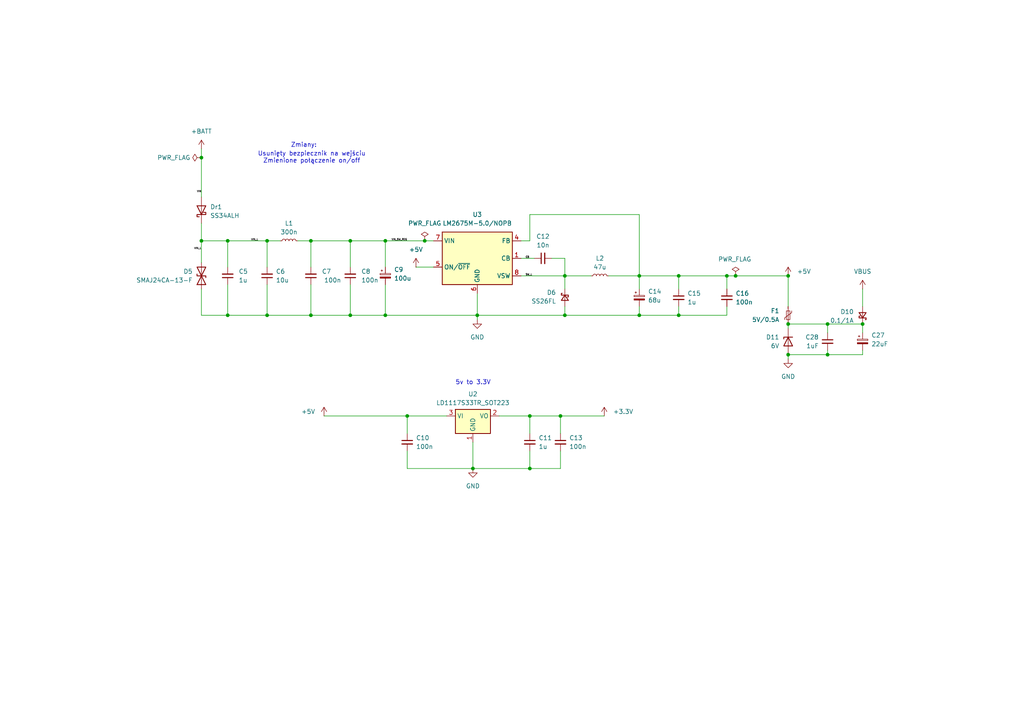
<source format=kicad_sch>
(kicad_sch (version 20231120) (generator "eeschema") (generator_version "8.0")
  (paper "A4")
  (lib_symbols
    (symbol "+5V_1" (power) (pin_numbers hide) (pin_names (offset 0) hide)
      (property "Value" "+5V" (at 0 3.556 0))
      (symbol "+5V_1_0_1"
        (polyline (pts (xy -0.762 1.27) (xy 0 2.54)))
        (polyline (pts (xy 0 0) (xy 0 2.54)))
        (polyline (pts (xy 0 2.54) (xy 0.762 1.27)))
      )
      (symbol "+5V_1_1_1"
        (pin power_in line (at 0 0 90) (length 0) (name "~") (number "1"))
      )
    )
    (symbol "Device:C_Polarized_Small" (pin_numbers hide) (pin_names (offset 0.254) hide)
      (property "Reference" "C" (at 0.254 1.778 0))
      (property "Value" "C_Polarized_Small" (at 0.254 -2.032 0))
      (symbol "C_Polarized_Small_0_1"
        (rectangle (start -1.524 -0.3048) (end 1.524 -0.6858) (fill (type outline)))
        (rectangle (start -1.524 0.6858) (end 1.524 0.3048))
        (polyline (pts (xy -1.27 1.524) (xy -0.762 1.524)))
        (polyline (pts (xy -1.016 1.27) (xy -1.016 1.778)))
      )
      (symbol "C_Polarized_Small_1_1"
        (pin passive line (at 0 2.54 270) (length 1.8542) (name "~") (number "1"))
        (pin passive line (at 0 -2.54 90) (length 1.8542) (name "~") (number "2"))
      )
    )
    (symbol "Device:C_Small" (pin_numbers hide) (pin_names (offset 0.254) hide)
      (property "Reference" "C" (at 0.254 1.778 0))
      (property "Value" "C_Small" (at 0.254 -2.032 0))
      (symbol "C_Small_0_1"
        (polyline (pts (xy -1.524 -0.508) (xy 1.524 -0.508)) (stroke (width 0.3302)))
        (polyline (pts (xy -1.524 0.508) (xy 1.524 0.508)) (stroke (width 0.3048)))
      )
      (symbol "C_Small_1_1"
        (pin passive line (at 0 2.54 270) (length 2.032) (name "~") (number "1"))
        (pin passive line (at 0 -2.54 90) (length 2.032) (name "~") (number "2"))
      )
    )
    (symbol "Device:D_Schottky_Small" (pin_numbers hide) (pin_names (offset 0.254) hide)
      (property "Reference" "D" (at -1.27 2.032 0))
      (property "Value" "D_Schottky_Small" (at -7.112 -2.032 0))
      (symbol "D_Schottky_Small_0_1"
        (polyline (pts (xy -0.762 0) (xy 0.762 0)))
        (polyline (pts (xy 0.762 -1.016) (xy -0.762 0) (xy 0.762 1.016) (xy 0.762 -1.016)) (stroke (width 0.254)))
        (polyline (pts (xy -1.27 0.762) (xy -1.27 1.016) (xy -0.762 1.016) (xy -0.762 -1.016) (xy -0.254 -1.016) (xy -0.254 -0.762)) (stroke (width 0.254)))
      )
      (symbol "D_Schottky_Small_1_1"
        (pin passive line (at -2.54 0 0) (length 1.778) (name "K") (number "1"))
        (pin passive line (at 2.54 0 180) (length 1.778) (name "A") (number "2"))
      )
    )
    (symbol "Device:D_TVS" (pin_numbers hide) (pin_names (offset 1.016) hide)
      (property "Reference" "D" (at 0 2.54 0))
      (property "Value" "D_TVS" (at 0 -2.54 0))
      (symbol "D_TVS_0_1"
        (polyline (pts (xy 1.27 0) (xy -1.27 0)))
        (polyline (pts (xy 0.508 1.27) (xy 0 1.27) (xy 0 -1.27) (xy -0.508 -1.27)) (stroke (width 0.254)))
        (polyline (pts (xy -2.54 1.27) (xy -2.54 -1.27) (xy 2.54 1.27) (xy 2.54 -1.27) (xy -2.54 1.27)) (stroke (width 0.254)))
      )
      (symbol "D_TVS_1_1"
        (pin passive line (at -3.81 0 0) (length 2.54) (name "A1") (number "1"))
        (pin passive line (at 3.81 0 180) (length 2.54) (name "A2") (number "2"))
      )
    )
    (symbol "Device:D_Zener" (pin_numbers hide) (pin_names (offset 1.016) hide)
      (property "Reference" "D" (at 0 2.54 0))
      (property "Value" "D_Zener" (at 0 -2.54 0))
      (symbol "D_Zener_0_1"
        (polyline (pts (xy 1.27 0) (xy -1.27 0)))
        (polyline (pts (xy -1.27 -1.27) (xy -1.27 1.27) (xy -0.762 1.27)) (stroke (width 0.254)))
        (polyline (pts (xy 1.27 -1.27) (xy 1.27 1.27) (xy -1.27 0) (xy 1.27 -1.27)) (stroke (width 0.254)))
      )
      (symbol "D_Zener_1_1"
        (pin passive line (at -3.81 0 0) (length 2.54) (name "K") (number "1"))
        (pin passive line (at 3.81 0 180) (length 2.54) (name "A") (number "2"))
      )
    )
    (symbol "Device:L_Small" (pin_numbers hide) (pin_names (offset 0.254) hide)
      (property "Reference" "L" (at 0.762 1.016 0))
      (property "Value" "L_Small" (at 0.762 -1.016 0))
      (symbol "L_Small_0_1"
        (arc (start 0 -2.032) (mid 0.5058 -1.524) (end 0 -1.016))
        (arc (start 0 -1.016) (mid 0.5058 -0.508) (end 0 0))
        (arc (start 0 0) (mid 0.5058 0.508) (end 0 1.016))
        (arc (start 0 1.016) (mid 0.5058 1.524) (end 0 2.032))
      )
      (symbol "L_Small_1_1"
        (pin passive line (at 0 2.54 270) (length 0.508) (name "~") (number "1"))
        (pin passive line (at 0 -2.54 90) (length 0.508) (name "~") (number "2"))
      )
    )
    (symbol "Device:Polyfuse_Small" (pin_numbers hide) (pin_names (offset 0))
      (property "Reference" "F" (at -1.905 0 90))
      (property "Value" "Polyfuse_Small" (at 1.905 0 90))
      (symbol "Polyfuse_Small_0_1"
        (rectangle (start -0.508 1.27) (end 0.508 -1.27))
        (polyline (pts (xy 0 2.54) (xy 0 -2.54)))
        (polyline (pts (xy -1.016 1.27) (xy -1.016 0.762) (xy 1.016 -0.762) (xy 1.016 -1.27)))
      )
      (symbol "Polyfuse_Small_1_1"
        (pin passive line (at 0 2.54 270) (length 0.635) (name "~") (number "1"))
        (pin passive line (at 0 -2.54 90) (length 0.635) (name "~") (number "2"))
      )
    )
    (symbol "Diode:1N5822" (pin_numbers hide) (pin_names (offset 1.016) hide)
      (property "Reference" "D" (at 0 2.54 0))
      (property "Value" "1N5822" (at 0 -2.54 0))
      (symbol "1N5822_0_1"
        (polyline (pts (xy 1.27 0) (xy -1.27 0)))
        (polyline (pts (xy 1.27 1.27) (xy 1.27 -1.27) (xy -1.27 0) (xy 1.27 1.27)) (stroke (width 0.254)))
        (polyline (pts (xy -1.905 0.635) (xy -1.905 1.27) (xy -1.27 1.27) (xy -1.27 -1.27) (xy -0.635 -1.27) (xy -0.635 -0.635)) (stroke (width 0.254)))
      )
      (symbol "1N5822_1_1"
        (pin passive line (at -3.81 0 0) (length 2.54) (name "K") (number "1"))
        (pin passive line (at 3.81 0 180) (length 2.54) (name "A") (number "2"))
      )
    )
    (symbol "GND_1" (power) (pin_numbers hide) (pin_names (offset 0) hide)
      (property "Value" "GND" (at 0 -3.81 0))
      (symbol "GND_1_0_1"
        (polyline (pts (xy 0 0) (xy 0 -1.27) (xy 1.27 -1.27) (xy 0 -2.54) (xy -1.27 -1.27) (xy 0 -1.27)))
      )
      (symbol "GND_1_1_1"
        (pin power_in line (at 0 0 270) (length 0) (name "~") (number "1"))
      )
    )
    (symbol "Regulator_Linear:LD1117S33TR_SOT223"
      (property "Reference" "U" (at -3.81 3.175 0))
      (property "Value" "LD1117S33TR_SOT223" (at 0 3.175 0))
      (symbol "LD1117S33TR_SOT223_0_1"
        (rectangle (start -5.08 -5.08) (end 5.08 1.905) (stroke (width 0.254)) (fill (type background)))
      )
      (symbol "LD1117S33TR_SOT223_1_1"
        (pin power_in line (at 0 -7.62 90) (length 2.54) (name "GND") (number "1"))
        (pin power_out line (at 7.62 0 180) (length 2.54) (name "VO") (number "2"))
        (pin power_in line (at -7.62 0 0) (length 2.54) (name "VI") (number "3"))
      )
    )
    (symbol "Regulator_Switching:LM2675M-5"
      (property "Reference" "U3" (at 0 12.7 0))
      (property "Value" "LM2675M-5.0/NOPB" (at 0 10.16 0))
      (symbol "LM2675M-5_0_1"
        (rectangle (start -10.16 7.62) (end 10.16 -7.62) (stroke (width 0.254)) (fill (type background)))
      )
      (symbol "LM2675M-5_1_1"
        (pin input line (at 12.7 0 180) (length 2.54) (name "CB") (number "1"))
        (pin no_connect line (at -10.16 -2.54 0) (length 2.54) hide (name "NC") (number "2"))
        (pin no_connect line (at -10.16 -5.08 0) (length 2.54) hide (name "NC") (number "3"))
        (pin input line (at 12.7 5.08 180) (length 2.54) (name "FB") (number "4"))
        (pin input line (at -12.7 -2.54 0) (length 2.54) (name "ON/~{OFF}") (number "5"))
        (pin power_in line (at 0 -10.16 90) (length 2.54) (name "GND") (number "6"))
        (pin power_in line (at -12.7 5.08 0) (length 2.54) (name "VIN") (number "7"))
        (pin output line (at 12.7 -5.08 180) (length 2.54) (name "VSW") (number "8"))
      )
    )
    (symbol "power:+3.3V" (power) (pin_names (offset 0))
      (property "Value" "+3.3V" (at 0 3.556 0))
      (symbol "+3.3V_0_1"
        (polyline (pts (xy -0.762 1.27) (xy 0 2.54)))
        (polyline (pts (xy 0 0) (xy 0 2.54)))
        (polyline (pts (xy 0 2.54) (xy 0.762 1.27)))
      )
      (symbol "+3.3V_1_1"
        (pin power_in line (at 0 0 90) (length 0) hide (name "+3.3V") (number "1"))
      )
    )
    (symbol "power:+5V" (power) (pin_names (offset 0))
      (property "Value" "+5V" (at 0 3.556 0))
      (symbol "+5V_0_1"
        (polyline (pts (xy -0.762 1.27) (xy 0 2.54)))
        (polyline (pts (xy 0 0) (xy 0 2.54)))
        (polyline (pts (xy 0 2.54) (xy 0.762 1.27)))
      )
      (symbol "+5V_1_1"
        (pin power_in line (at 0 0 90) (length 0) hide (name "+5V") (number "1"))
      )
    )
    (symbol "power:+BATT" (power) (pin_names (offset 0))
      (property "Value" "+BATT" (at 0 3.556 0))
      (symbol "+BATT_0_1"
        (polyline (pts (xy -0.762 1.27) (xy 0 2.54)))
        (polyline (pts (xy 0 0) (xy 0 2.54)))
        (polyline (pts (xy 0 2.54) (xy 0.762 1.27)))
      )
      (symbol "+BATT_1_1"
        (pin power_in line (at 0 0 90) (length 0) hide (name "+BATT") (number "1"))
      )
    )
    (symbol "power:GND" (power) (pin_names (offset 0))
      (property "Value" "GND" (at 0 -3.81 0))
      (symbol "GND_0_1"
        (polyline (pts (xy 0 0) (xy 0 -1.27) (xy 1.27 -1.27) (xy 0 -2.54) (xy -1.27 -1.27) (xy 0 -1.27)))
      )
      (symbol "GND_1_1"
        (pin power_in line (at 0 0 270) (length 0) hide (name "GND") (number "1"))
      )
    )
    (symbol "power:PWR_FLAG" (power) (pin_numbers hide) (pin_names (offset 0) hide)
      (property "Value" "PWR_FLAG" (at 0 3.81 0))
      (symbol "PWR_FLAG_0_0"
        (pin power_out line (at 0 0 90) (length 0) (name "pwr") (number "1"))
      )
      (symbol "PWR_FLAG_0_1"
        (polyline (pts (xy 0 0) (xy 0 1.27) (xy -1.016 1.905) (xy 0 2.54) (xy 1.016 1.905) (xy 0 1.27)))
      )
    )
    (symbol "power:VBUS" (power) (pin_numbers hide) (pin_names (offset 0) hide)
      (property "Value" "VBUS" (at 0 3.556 0))
      (symbol "VBUS_0_1"
        (polyline (pts (xy -0.762 1.27) (xy 0 2.54)))
        (polyline (pts (xy 0 0) (xy 0 2.54)))
        (polyline (pts (xy 0 2.54) (xy 0.762 1.27)))
      )
      (symbol "VBUS_1_1"
        (pin power_in line (at 0 0 90) (length 0) (name "~") (number "1"))
      )
    )
  )
  (junction (at 111.76 69.85))
  (junction (at 228.6 80.01))
  (junction (at 90.17 69.85))
  (junction (at 66.04 91.44))
  (junction (at 90.17 91.44))
  (junction (at 228.6 93.98))
  (junction (at 250.19 93.98))
  (junction (at 162.56 120.65))
  (junction (at 58.42 45.72))
  (junction (at 137.16 135.89))
  (junction (at 123.19 69.85))
  (junction (at 153.67 135.89))
  (junction (at 138.43 91.44))
  (junction (at 153.67 120.65))
  (junction (at 101.6 69.85))
  (junction (at 66.04 69.85))
  (junction (at 101.6 91.44))
  (junction (at 185.42 91.44))
  (junction (at 58.42 69.85))
  (junction (at 228.6 102.87))
  (junction (at 163.83 80.01))
  (junction (at 185.42 80.01))
  (junction (at 111.76 91.44))
  (junction (at 163.83 91.44))
  (junction (at 196.85 91.44))
  (junction (at 240.03 102.87))
  (junction (at 213.36 80.01))
  (junction (at 196.85 80.01))
  (junction (at 77.47 91.44))
  (junction (at 77.47 69.85))
  (junction (at 210.82 80.01))
  (junction (at 240.03 93.98))
  (junction (at 118.11 120.65))
  (wire (pts (xy 66.04 69.85) (xy 77.47 69.85)))
  (wire (pts (xy 153.67 120.65) (xy 153.67 125.73)))
  (wire (pts (xy 151.13 69.85) (xy 153.67 69.85)))
  (wire (pts (xy 58.42 69.85) (xy 58.42 76.2)))
  (wire (pts (xy 228.6 102.87) (xy 228.6 104.14)))
  (wire (pts (xy 163.83 74.93) (xy 163.83 80.01)))
  (wire (pts (xy 138.43 85.09) (xy 138.43 91.44)))
  (wire (pts (xy 144.78 120.65) (xy 153.67 120.65)))
  (wire (pts (xy 185.42 62.23) (xy 185.42 80.01)))
  (wire (pts (xy 123.19 69.85) (xy 125.73 69.85)))
  (wire (pts (xy 137.16 135.89) (xy 153.67 135.89)))
  (wire (pts (xy 250.19 83.82) (xy 250.19 88.9)))
  (wire (pts (xy 213.36 80.01) (xy 228.6 80.01)))
  (wire (pts (xy 118.11 135.89) (xy 137.16 135.89)))
  (wire (pts (xy 58.42 83.82) (xy 58.42 91.44)))
  (wire (pts (xy 185.42 80.01) (xy 196.85 80.01)))
  (wire (pts (xy 101.6 69.85) (xy 111.76 69.85)))
  (wire (pts (xy 185.42 91.44) (xy 196.85 91.44)))
  (wire (pts (xy 250.19 93.98) (xy 240.03 93.98)))
  (wire (pts (xy 240.03 93.98) (xy 240.03 96.52)))
  (wire (pts (xy 228.6 80.01) (xy 228.6 88.9)))
  (wire (pts (xy 101.6 69.85) (xy 101.6 77.47)))
  (wire (pts (xy 58.42 69.85) (xy 66.04 69.85)))
  (wire (pts (xy 120.65 77.47) (xy 125.73 77.47)))
  (wire (pts (xy 163.83 80.01) (xy 163.83 83.82)))
  (wire (pts (xy 58.42 43.18) (xy 58.42 45.72)))
  (wire (pts (xy 250.19 102.87) (xy 240.03 102.87)))
  (wire (pts (xy 90.17 69.85) (xy 90.17 77.47)))
  (wire (pts (xy 196.85 80.01) (xy 196.85 83.82)))
  (wire (pts (xy 118.11 120.65) (xy 129.54 120.65)))
  (wire (pts (xy 210.82 91.44) (xy 210.82 88.9)))
  (wire (pts (xy 196.85 88.9) (xy 196.85 91.44)))
  (wire (pts (xy 93.98 120.65) (xy 118.11 120.65)))
  (wire (pts (xy 185.42 80.01) (xy 185.42 83.82)))
  (wire (pts (xy 90.17 82.55) (xy 90.17 91.44)))
  (wire (pts (xy 151.13 80.01) (xy 163.83 80.01)))
  (wire (pts (xy 118.11 130.81) (xy 118.11 135.89)))
  (wire (pts (xy 210.82 80.01) (xy 213.36 80.01)))
  (wire (pts (xy 163.83 88.9) (xy 163.83 91.44)))
  (wire (pts (xy 250.19 93.98) (xy 250.19 96.52)))
  (wire (pts (xy 138.43 91.44) (xy 138.43 92.71)))
  (wire (pts (xy 77.47 91.44) (xy 90.17 91.44)))
  (wire (pts (xy 153.67 69.85) (xy 153.67 62.23)))
  (wire (pts (xy 58.42 45.72) (xy 58.42 57.15)))
  (wire (pts (xy 250.19 101.6) (xy 250.19 102.87)))
  (wire (pts (xy 153.67 120.65) (xy 162.56 120.65)))
  (wire (pts (xy 240.03 101.6) (xy 240.03 102.87)))
  (wire (pts (xy 176.53 80.01) (xy 185.42 80.01)))
  (wire (pts (xy 66.04 82.55) (xy 66.04 91.44)))
  (wire (pts (xy 90.17 91.44) (xy 101.6 91.44)))
  (wire (pts (xy 111.76 91.44) (xy 138.43 91.44)))
  (wire (pts (xy 151.13 74.93) (xy 154.94 74.93)))
  (wire (pts (xy 90.17 69.85) (xy 101.6 69.85)))
  (wire (pts (xy 111.76 69.85) (xy 123.19 69.85)))
  (wire (pts (xy 196.85 91.44) (xy 210.82 91.44)))
  (wire (pts (xy 196.85 80.01) (xy 210.82 80.01)))
  (wire (pts (xy 77.47 69.85) (xy 81.28 69.85)))
  (wire (pts (xy 58.42 64.77) (xy 58.42 69.85)))
  (wire (pts (xy 163.83 91.44) (xy 185.42 91.44)))
  (wire (pts (xy 86.36 69.85) (xy 90.17 69.85)))
  (wire (pts (xy 153.67 130.81) (xy 153.67 135.89)))
  (wire (pts (xy 153.67 62.23) (xy 185.42 62.23)))
  (wire (pts (xy 111.76 82.55) (xy 111.76 91.44)))
  (wire (pts (xy 118.11 120.65) (xy 118.11 125.73)))
  (wire (pts (xy 66.04 91.44) (xy 77.47 91.44)))
  (wire (pts (xy 66.04 69.85) (xy 66.04 77.47)))
  (wire (pts (xy 162.56 120.65) (xy 175.26 120.65)))
  (wire (pts (xy 101.6 91.44) (xy 111.76 91.44)))
  (wire (pts (xy 153.67 135.89) (xy 162.56 135.89)))
  (wire (pts (xy 185.42 91.44) (xy 185.42 88.9)))
  (wire (pts (xy 163.83 80.01) (xy 171.45 80.01)))
  (wire (pts (xy 160.02 74.93) (xy 163.83 74.93)))
  (wire (pts (xy 77.47 82.55) (xy 77.47 91.44)))
  (wire (pts (xy 162.56 130.81) (xy 162.56 135.89)))
  (wire (pts (xy 58.42 91.44) (xy 66.04 91.44)))
  (wire (pts (xy 240.03 93.98) (xy 228.6 93.98)))
  (wire (pts (xy 111.76 69.85) (xy 111.76 77.47)))
  (wire (pts (xy 210.82 80.01) (xy 210.82 83.82)))
  (wire (pts (xy 101.6 82.55) (xy 101.6 91.44)))
  (wire (pts (xy 228.6 93.98) (xy 228.6 95.25)))
  (wire (pts (xy 77.47 69.85) (xy 77.47 77.47)))
  (wire (pts (xy 137.16 128.27) (xy 137.16 135.89)))
  (wire (pts (xy 138.43 91.44) (xy 163.83 91.44)))
  (wire (pts (xy 240.03 102.87) (xy 228.6 102.87)))
  (wire (pts (xy 162.56 120.65) (xy 162.56 125.73)))
  (text "Zmiany:" (at 88.138 42.164 0) (effects (font (size 1.27 1.27))))
  (text "Usunięty bezpiecznik na wejściu\nZmienione połączenie on/off" (at 90.424 45.72 0) (effects (font (size 1.27 1.27))))
  (text "5v to 3.3V" (at 132.08 111.76 0) (effects (font (size 1.27 1.27)) (justify left bottom)))
  (label "VIN_L" (at 74.93 69.85 180) (effects (font (size 0.5 0.5))))
  (label "CB" (at 152.4 74.93 0) (effects (font (size 0.5 0.5))))
  (label "VIN_SW_REG" (at 118.11 69.85 180) (effects (font (size 0.5 0.5))))
  (label "VIN_L" (at 58.42 72.39 180) (effects (font (size 0.5 0.5))))
  (label "SW_L" (at 152.4 80.01 0) (effects (font (size 0.5 0.5))))
  (label "VIN" (at 58.42 55.88 180) (effects (font (size 0.5 0.5))))
  (symbol (lib_id "Device:Polyfuse_Small") (at 228.6 91.44 0) (mirror y) (unit 1)
    (property "Reference" "F1" (at 226.06 90.1699 0) (effects (justify left)))
    (property "Value" "5V/0.5A" (at 226.06 92.7099 0) (effects (justify left)))
    (property "Description" "Resettable fuse, polymeric positive temperature coefficient, small symbol" (effects (hide yes)))
  )
  (symbol (lib_id "Device:D_Schottky_Small") (at 250.19 91.44 270) (mirror x) (unit 1)
    (property "Reference" "D10" (at 247.65 90.4239 90) (effects (justify right)))
    (property "Value" "0.1/1A" (at 247.65 92.9639 90) (effects (justify right)))
    (property "Description" "Schottky diode, small symbol" (effects (hide yes)))
  )
  (symbol (lib_id "Device:C_Small") (at 240.03 99.06 0) (mirror y) (unit 1)
    (property "Reference" "C28" (at 237.49 97.7962 0) (effects (justify left)))
    (property "Value" "1uF" (at 237.49 100.3362 0) (effects (justify left)))
    (property "Description" "Unpolarized capacitor, small symbol" (effects (hide yes)))
  )
  (symbol (lib_id "Device:C_Polarized_Small") (at 111.76 80.01 0) (unit 1)
    (property "Reference" "C9" (at 114.3 78.1939 0) (effects (justify left)))
    (property "Value" "100u" (at 114.3 80.7339 0) (effects (justify left)))
    (property "Footprint" "Capacitor_SMD:CP_Elec_6.3x7.7" (effects (hide yes)))
    (property "mouser" "https://www.mouser.pl/ProductDetail/Wurth-Elektronik/865080545012?qs=sGAEpiMZZMvwFf0viD3Y3aZipiehufnXd0sMoxxC1VosESYZCg0Q6Q%3D%3D" (effects (hide yes)))
    (property "m" "865080545012" (effects (hide yes)))
  )
  (symbol (lib_id "Device:D_TVS") (at 58.42 80.01 90) (unit 1)
    (property "Reference" "D5" (at 55.88 78.74 90) (effects (justify left)))
    (property "Value" "SMAJ24CA-13-F" (at 55.88 81.28 90) (effects (justify left)))
    (property "Footprint" "Diode_SMD:D_SMA" (effects (hide yes)))
    (property "Datasheet" "https://www.mouser.pl/datasheet/2/115/DIOD_S_A0011538071_1-2543697.pdf" (effects (hide yes)))
    (property "Mouser Part Number" "621-SMAJ24CA-13-F" (effects (hide yes)))
    (property "Mouser Price/Stock" "https://www.mouser.pl/ProductDetail/Diodes-Incorporated/SMAJ24CA-13-F?qs=gaDBXWSqsDA5MVRJAApKgw%3D%3D" (effects (hide yes)))
    (property "Manufacturer_Part_Number" "SMAJ24CA-13-F" (effects (hide yes)))
  )
  (symbol (lib_id "power:PWR_FLAG") (at 58.42 45.72 90) (unit 1)
    (property "Reference" "#FLG03" (effects (hide yes)))
    (property "Value" "PWR_FLAG" (at 55.245 45.72 90) (effects (justify left)))
  )
  (symbol (lib_id "Device:C_Small") (at 153.67 128.27 0) (unit 1)
    (property "Reference" "C11" (at 156.21 127.0063 0) (effects (justify left)))
    (property "Value" "1u" (at 156.21 129.5463 0) (effects (justify left)))
    (property "Footprint" "Capacitor_SMD:C_0603_1608Metric" (effects (hide yes)))
    (property "m" "CL10B105KB8NQNC" (effects (hide yes)))
  )
  (symbol (lib_id "Device:C_Polarized_Small") (at 250.19 99.06 0) (unit 1)
    (property "Reference" "C27" (at 252.73 97.2438 0) (effects (justify left)))
    (property "Value" "22uF" (at 252.73 99.7838 0) (effects (justify left)))
    (property "Description" "Polarized capacitor, small symbol" (effects (hide yes)))
  )
  (symbol (lib_id "Device:C_Small") (at 101.6 80.01 180) (unit 1)
    (property "Reference" "C8" (at 104.775 78.7336 0) (effects (justify right)))
    (property "Value" "100n" (at 104.775 81.2736 0) (effects (justify right)))
    (property "Footprint" "Capacitor_SMD:C_0603_1608Metric" (effects (hide yes)))
    (property "m" "C0603C104K5RAC3121" (effects (hide yes)))
  )
  (symbol (lib_id "Device:C_Small") (at 66.04 80.01 180) (unit 1)
    (property "Reference" "C5" (at 69.215 78.7336 0) (effects (justify right)))
    (property "Value" "1u" (at 69.215 81.2736 0) (effects (justify right)))
    (property "Footprint" "Capacitor_SMD:C_0603_1608Metric" (effects (hide yes)))
    (property "m" "CL10B105KB8NQNC" (effects (hide yes)))
  )
  (symbol (lib_name "GND_1") (lib_id "power:GND") (at 228.6 104.14 0) (mirror y) (unit 1)
    (property "Reference" "#PWR041" (effects (hide yes)))
    (property "Value" "GND" (at 228.6 109.22 0))
    (property "Description" "Power symbol creates a global label with name \"GND\" , ground" (effects (hide yes)))
  )
  (symbol (lib_id "power:PWR_FLAG") (at 123.19 69.85 0) (unit 1)
    (property "Reference" "#FLG04" (effects (hide yes)))
    (property "Value" "PWR_FLAG" (at 123.19 64.77 0))
  )
  (symbol (lib_id "Device:C_Small") (at 162.56 128.27 0) (unit 1)
    (property "Reference" "C13" (at 165.1 127.0063 0) (effects (justify left)))
    (property "Value" "100n" (at 165.1 129.5463 0) (effects (justify left)))
    (property "Footprint" "Capacitor_SMD:C_0603_1608Metric" (effects (hide yes)))
    (property "m" "C0603C104K5RAC3121" (effects (hide yes)))
  )
  (symbol (lib_id "power:+5V") (at 228.6 80.01 0) (unit 1)
    (property "Reference" "#PWR010" (effects (hide yes)))
    (property "Value" "+5V" (at 231.14 78.74 0) (effects (justify left)))
  )
  (symbol (lib_id "Device:C_Polarized_Small") (at 185.42 86.36 0) (unit 1)
    (property "Reference" "C14" (at 187.96 84.5439 0) (effects (justify left)))
    (property "Value" "68u" (at 187.96 87.0839 0) (effects (justify left)))
    (property "Footprint" "Capacitor_SMD:CP_Elec_6.3x5.4" (effects (hide yes)))
    (property "Datasheet" "https://www.mouser.pl/ProductDetail/Wurth-Elektronik/865080243006?qs=0KOYDY2FL2%252Bzh3fs6MlnCA%3D%3D" (effects (hide yes)))
    (property "m" "865080243006" (effects (hide yes)))
  )
  (symbol (lib_id "Device:C_Small") (at 196.85 86.36 0) (unit 1)
    (property "Reference" "C15" (at 199.39 85.0963 0) (effects (justify left)))
    (property "Value" "1u" (at 199.39 87.6363 0) (effects (justify left)))
    (property "Footprint" "Capacitor_SMD:C_0603_1608Metric" (effects (hide yes)))
    (property "m" "CL10B105KB8NQNC" (effects (hide yes)))
  )
  (symbol (lib_id "Diode:1N5822") (at 58.42 60.96 90) (unit 1)
    (property "Reference" "Dr1" (at 60.96 60.0075 90) (effects (justify right)))
    (property "Value" "SS34ALH" (at 60.96 62.5475 90) (effects (justify right)))
    (property "Footprint" "Diode_SMD:D_SMA" (effects (hide yes)))
    (property "Datasheet" "https://www.mouser.pl/ProductDetail/Taiwan-Semiconductor/SS34ALH?qs=A6eO%252BMLsxmQip%2FrgNup6RA%3D%3D" (effects (hide yes)))
  )
  (symbol (lib_id "power:+5V") (at 93.98 120.65 0) (mirror y) (unit 1)
    (property "Reference" "#PWR06" (effects (hide yes)))
    (property "Value" "+5V" (at 91.44 119.38 0) (effects (justify left)))
  )
  (symbol (lib_name "+5V_1") (lib_id "power:+5V") (at 120.65 77.47 0) (unit 1)
    (property "Reference" "#PWR011" (effects (hide yes)))
    (property "Value" "+5V" (at 120.65 72.39 0))
    (property "Description" "Power symbol creates a global label with name \"+5V\"" (effects (hide yes)))
  )
  (symbol (lib_id "Device:L_Small") (at 83.82 69.85 90) (unit 1)
    (property "Reference" "L1" (at 83.82 64.77 90))
    (property "Value" "300n" (at 83.82 67.31 90))
    (property "Footprint" "Inductor_SMD:L_0603_1608Metric" (effects (hide yes)))
    (property "mouser" "https://www.mouser.pl/ProductDetail/ABRACON/ASMPL-0603-R33M-T?qs=f9yNj16SXrLiYO3t9Uxp2w%3D%3D" (effects (hide yes)))
    (property "m" "ASMPL-0603-R33M-T" (effects (hide yes)))
  )
  (symbol (lib_id "Device:C_Small") (at 157.48 74.93 90) (unit 1)
    (property "Reference" "C12" (at 157.4863 68.58 90))
    (property "Value" "10n" (at 157.4863 71.12 90))
    (property "Footprint" "Capacitor_SMD:C_0603_1608Metric" (effects (hide yes)))
    (property "m" "C0603C103J5RAC7411" (effects (hide yes)))
  )
  (symbol (lib_id "Regulator_Switching:LM2675M-5") (at 138.43 74.93 0) (unit 1)
    (property "Reference" "U3" (at 138.43 62.23 0))
    (property "Value" "LM2675M-5.0/NOPB" (at 138.43 64.77 0))
    (property "Footprint" "Package_SO:SOIC-8_3.9x4.9mm_P1.27mm" (effects (hide yes)))
    (property "Datasheet" "http://www.ti.com/lit/ds/symlink/lm2675.pdf" (effects (hide yes)))
  )
  (symbol (lib_id "Regulator_Linear:LD1117S33TR_SOT223") (at 137.16 120.65 0) (unit 1)
    (property "Reference" "U2" (at 137.16 114.3 0))
    (property "Value" "LD1117S33TR_SOT223" (at 137.16 116.84 0))
    (property "Footprint" "Package_TO_SOT_SMD:SOT-223-3_TabPin2" (effects (hide yes)))
    (property "Datasheet" "http://www.st.com/st-web-ui/static/active/en/resource/technical/document/datasheet/CD00000544.pdf" (effects (hide yes)))
  )
  (symbol (lib_id "power:GND") (at 137.16 135.89 0) (unit 1)
    (property "Reference" "#PWR07" (effects (hide yes)))
    (property "Value" "GND" (at 137.16 140.97 0))
  )
  (symbol (lib_id "power:VBUS") (at 250.19 83.82 0) (mirror y) (unit 1)
    (property "Reference" "#PWR040" (effects (hide yes)))
    (property "Value" "VBUS" (at 250.19 78.74 0))
    (property "Description" "Power symbol creates a global label with name \"VBUS\"" (effects (hide yes)))
  )
  (symbol (lib_id "Device:C_Small") (at 210.82 86.36 0) (unit 1)
    (property "Reference" "C16" (at 213.36 85.0963 0) (effects (justify left)))
    (property "Value" "100n" (at 213.36 87.6363 0) (effects (justify left)))
    (property "Footprint" "Capacitor_SMD:C_0603_1608Metric" (effects (hide yes)))
    (property "m" "C0603C104K5RAC3121" (effects (hide yes)))
  )
  (symbol (lib_id "power:GND") (at 138.43 92.71 0) (unit 1)
    (property "Reference" "#PWR08" (effects (hide yes)))
    (property "Value" "GND" (at 138.43 97.79 0))
  )
  (symbol (lib_id "Device:D_Schottky_Small") (at 163.83 86.36 90) (mirror x) (unit 1)
    (property "Reference" "D6" (at 161.29 84.836 90) (effects (justify left)))
    (property "Value" "SS26FL" (at 161.29 87.376 90) (effects (justify left)))
    (property "Footprint" "Diode_SMD:D_SOD-123" (effects (hide yes)))
  )
  (symbol (lib_id "power:+BATT") (at 58.42 43.18 0) (unit 1)
    (property "Reference" "#PWR05" (effects (hide yes)))
    (property "Value" "+BATT" (at 58.42 38.1 0))
  )
  (symbol (lib_id "power:PWR_FLAG") (at 213.36 80.01 0) (unit 1)
    (property "Reference" "#FLG05" (effects (hide yes)))
    (property "Value" "PWR_FLAG" (at 213.106 75.184 0))
  )
  (symbol (lib_id "Device:C_Small") (at 90.17 80.01 180) (unit 1)
    (property "Reference" "C7" (at 93.345 78.7336 0) (effects (justify right)))
    (property "Value" "100n" (at 93.98 81.2736 0) (effects (justify right)))
    (property "Footprint" "Capacitor_SMD:C_0603_1608Metric" (effects (hide yes)))
    (property "m" "C0603C104K5RAC3121" (effects (hide yes)))
  )
  (symbol (lib_id "Device:L_Small") (at 173.99 80.01 90) (unit 1)
    (property "Reference" "L2" (at 173.99 74.93 90))
    (property "Value" "47u" (at 173.99 77.47 90))
    (property "Footprint" "Inductor_SMD:L_6.3x6.3_H3" (effects (hide yes)))
    (property "Datasheet" "https://www.we-online.com/components/products/datasheet/7447786147.pdf" (effects (hide yes)))
    (property "mouser" "https://www.mouser.pl/ProductDetail/Wurth-Elektronik/7447786147?qs=%252B97ACBfLqz%252B7a80Gj2SD2A%3D%3D" (effects (hide yes)))
    (property "m" "7447786147" (effects (hide yes)))
  )
  (symbol (lib_id "power:+3.3V") (at 175.26 120.65 0) (unit 1)
    (property "Reference" "#PWR09" (effects (hide yes)))
    (property "Value" "+3.3V" (at 177.8 119.38 0) (effects (justify left)))
  )
  (symbol (lib_id "Device:C_Small") (at 118.11 128.27 0) (unit 1)
    (property "Reference" "C10" (at 120.65 127.0063 0) (effects (justify left)))
    (property "Value" "100n" (at 120.65 129.5463 0) (effects (justify left)))
    (property "Footprint" "Capacitor_SMD:C_0603_1608Metric" (effects (hide yes)))
    (property "m" "C0603C104K5RAC3121" (effects (hide yes)))
  )
  (symbol (lib_id "Device:D_Zener") (at 228.6 99.06 90) (mirror x) (unit 1)
    (property "Reference" "D11" (at 226.06 97.7899 90) (effects (justify left)))
    (property "Value" "6V" (at 226.06 100.3299 90) (effects (justify left)))
    (property "Description" "Zener diode" (effects (hide yes)))
  )
  (symbol (lib_id "Device:C_Small") (at 77.47 80.01 180) (unit 1)
    (property "Reference" "C6" (at 80.01 78.7336 0) (effects (justify right)))
    (property "Value" "10u" (at 80.01 81.2736 0) (effects (justify right)))
    (property "Footprint" "Capacitor_SMD:C_0603_1608Metric" (effects (hide yes)))
    (property "m" "GRM188R6YA106MA73J" (effects (hide yes)))
  )
)
</source>
